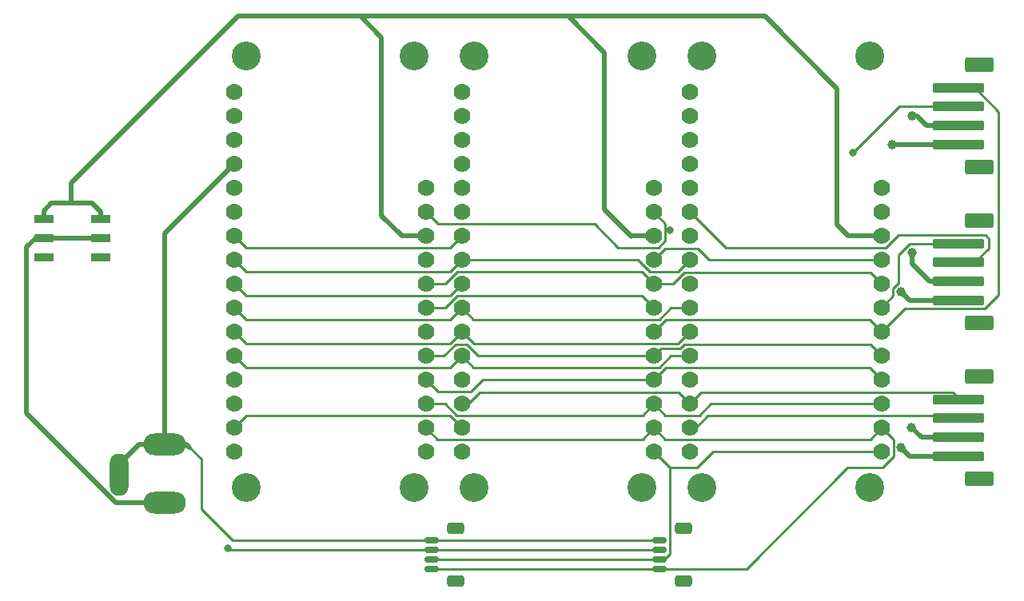
<source format=gbr>
%TF.GenerationSoftware,KiCad,Pcbnew,7.0.10-7.0.10~ubuntu22.04.1*%
%TF.CreationDate,2024-08-19T10:48:18-07:00*%
%TF.ProjectId,iorodeo_feather_tripler_enc1,696f726f-6465-46f5-9f66-656174686572,rev?*%
%TF.SameCoordinates,Original*%
%TF.FileFunction,Copper,L1,Top*%
%TF.FilePolarity,Positive*%
%FSLAX46Y46*%
G04 Gerber Fmt 4.6, Leading zero omitted, Abs format (unit mm)*
G04 Created by KiCad (PCBNEW 7.0.10-7.0.10~ubuntu22.04.1) date 2024-08-19 10:48:18*
%MOMM*%
%LPD*%
G01*
G04 APERTURE LIST*
G04 Aperture macros list*
%AMRoundRect*
0 Rectangle with rounded corners*
0 $1 Rounding radius*
0 $2 $3 $4 $5 $6 $7 $8 $9 X,Y pos of 4 corners*
0 Add a 4 corners polygon primitive as box body*
4,1,4,$2,$3,$4,$5,$6,$7,$8,$9,$2,$3,0*
0 Add four circle primitives for the rounded corners*
1,1,$1+$1,$2,$3*
1,1,$1+$1,$4,$5*
1,1,$1+$1,$6,$7*
1,1,$1+$1,$8,$9*
0 Add four rect primitives between the rounded corners*
20,1,$1+$1,$2,$3,$4,$5,0*
20,1,$1+$1,$4,$5,$6,$7,0*
20,1,$1+$1,$6,$7,$8,$9,0*
20,1,$1+$1,$8,$9,$2,$3,0*%
G04 Aperture macros list end*
%TA.AperFunction,SMDPad,CuDef*%
%ADD10RoundRect,0.250000X-2.500000X0.250000X-2.500000X-0.250000X2.500000X-0.250000X2.500000X0.250000X0*%
%TD*%
%TA.AperFunction,SMDPad,CuDef*%
%ADD11RoundRect,0.250000X-1.250000X0.550000X-1.250000X-0.550000X1.250000X-0.550000X1.250000X0.550000X0*%
%TD*%
%TA.AperFunction,SMDPad,CuDef*%
%ADD12R,2.000000X0.900000*%
%TD*%
%TA.AperFunction,ComponentPad*%
%ADD13O,4.500000X2.300000*%
%TD*%
%TA.AperFunction,ComponentPad*%
%ADD14O,2.000000X4.500000*%
%TD*%
%TA.AperFunction,WasherPad*%
%ADD15C,3.048000*%
%TD*%
%TA.AperFunction,ComponentPad*%
%ADD16C,3.048000*%
%TD*%
%TA.AperFunction,ComponentPad*%
%ADD17C,1.778000*%
%TD*%
%TA.AperFunction,SMDPad,CuDef*%
%ADD18RoundRect,0.150000X-0.625000X0.150000X-0.625000X-0.150000X0.625000X-0.150000X0.625000X0.150000X0*%
%TD*%
%TA.AperFunction,SMDPad,CuDef*%
%ADD19RoundRect,0.250000X-0.650000X0.350000X-0.650000X-0.350000X0.650000X-0.350000X0.650000X0.350000X0*%
%TD*%
%TA.AperFunction,ViaPad*%
%ADD20C,1.000000*%
%TD*%
%TA.AperFunction,ViaPad*%
%ADD21C,0.800000*%
%TD*%
%TA.AperFunction,Conductor*%
%ADD22C,0.500000*%
%TD*%
%TA.AperFunction,Conductor*%
%ADD23C,0.250000*%
%TD*%
G04 APERTURE END LIST*
D10*
%TO.P,J4,1,Pin_1*%
%TO.N,/RX*%
X146162000Y-94307400D03*
%TO.P,J4,2,Pin_2*%
%TO.N,/TX*%
X146162000Y-96307400D03*
%TO.P,J4,3,Pin_3*%
%TO.N,/3V3*%
X146162000Y-98307400D03*
%TO.P,J4,4,Pin_4*%
%TO.N,GND*%
X146162000Y-100307400D03*
D11*
%TO.P,J4,MP*%
%TO.N,N/C*%
X148412000Y-102707400D03*
X148412000Y-91907400D03*
%TD*%
D10*
%TO.P,J3,1,Pin_1*%
%TO.N,/D11*%
X146162000Y-77797400D03*
%TO.P,J3,2,Pin_2*%
%TO.N,/A1*%
X146162000Y-79797400D03*
%TO.P,J3,3,Pin_3*%
%TO.N,/3V3*%
X146162000Y-81797400D03*
%TO.P,J3,4,Pin_4*%
%TO.N,GND*%
X146162000Y-83797400D03*
D11*
%TO.P,J3,MP*%
%TO.N,N/C*%
X148412000Y-86197400D03*
X148412000Y-75397400D03*
%TD*%
D10*
%TO.P,J2,1,Pin_1*%
%TO.N,/D10*%
X146162000Y-61287400D03*
%TO.P,J2,2,Pin_2*%
%TO.N,/A0*%
X146162000Y-63287400D03*
%TO.P,J2,3,Pin_3*%
%TO.N,/3V3*%
X146162000Y-65287400D03*
%TO.P,J2,4,Pin_4*%
%TO.N,GND*%
X146162000Y-67287400D03*
D11*
%TO.P,J2,MP*%
%TO.N,N/C*%
X148412000Y-69687400D03*
X148412000Y-58887400D03*
%TD*%
D12*
%TO.P,SW1,1,A*%
%TO.N,unconnected-(SW1-A-Pad1)*%
X49324000Y-79216000D03*
%TO.P,SW1,2,B*%
%TO.N,/VUSB*%
X49324000Y-77216000D03*
%TO.P,SW1,3,C*%
%TO.N,/5V*%
X49324000Y-75216000D03*
%TO.P,SW1,4,A*%
%TO.N,unconnected-(SW1-A-Pad4)*%
X55324000Y-79216000D03*
%TO.P,SW1,5,B*%
%TO.N,/VUSB*%
X55324000Y-77216000D03*
%TO.P,SW1,6,C*%
%TO.N,/5V*%
X55324000Y-75216000D03*
%TD*%
D13*
%TO.P,J1,1*%
%TO.N,/VUSB*%
X62086300Y-105239700D03*
%TO.P,J1,2*%
%TO.N,GND*%
X62086300Y-99039700D03*
D14*
%TO.P,J1,3*%
X57286300Y-102289700D03*
%TD*%
D15*
%TO.P,U1,*%
%TO.N,*%
X88519000Y-103657400D03*
D16*
X88519000Y-57937400D03*
D15*
X70739000Y-103657400D03*
D16*
X70739000Y-57937400D03*
D17*
%TO.P,U1,1,SDA*%
%TO.N,/SDA*%
X89789000Y-99847400D03*
%TO.P,U1,2,SCL*%
%TO.N,/SCL*%
X89789000Y-97307400D03*
%TO.P,U1,3,D5*%
%TO.N,/D5*%
X89789000Y-94767400D03*
%TO.P,U1,4,D6*%
%TO.N,/D6*%
X89789000Y-92227400D03*
%TO.P,U1,5,D9*%
%TO.N,/D9*%
X89789000Y-89687400D03*
%TO.P,U1,6,D10*%
%TO.N,/D10*%
X89789000Y-87147400D03*
%TO.P,U1,7,D11*%
%TO.N,/D11*%
X89789000Y-84607400D03*
%TO.P,U1,8,D12*%
%TO.N,/D12*%
X89789000Y-82067400D03*
%TO.P,U1,9,D13*%
%TO.N,/D13*%
X89789000Y-79527400D03*
%TO.P,U1,10,VUSB*%
%TO.N,/5V*%
X89789000Y-76987400D03*
%TO.P,U1,11,EN*%
%TO.N,/EN*%
X89789000Y-74447400D03*
%TO.P,U1,12,BAT*%
%TO.N,/BAT*%
X89789000Y-71907400D03*
%TO.P,U1,13,RST*%
%TO.N,/RST*%
X69469000Y-61747400D03*
%TO.P,U1,14,3V3*%
%TO.N,/3V3*%
X69469000Y-64287400D03*
%TO.P,U1,15,AREF*%
%TO.N,/AREF*%
X69469000Y-66827400D03*
%TO.P,U1,16,GND*%
%TO.N,GND*%
X69469000Y-69367400D03*
%TO.P,U1,17,A0*%
%TO.N,/A0*%
X69469000Y-71907400D03*
%TO.P,U1,18,A1*%
%TO.N,/A1*%
X69469000Y-74447400D03*
%TO.P,U1,19,A2*%
%TO.N,/A2*%
X69469000Y-76987400D03*
%TO.P,U1,20,A3*%
%TO.N,/A3*%
X69469000Y-79527400D03*
%TO.P,U1,21,A4*%
%TO.N,/A4*%
X69469000Y-82067400D03*
%TO.P,U1,22,A5*%
%TO.N,/A5*%
X69469000Y-84607400D03*
%TO.P,U1,23,SCK*%
%TO.N,/SCK*%
X69469000Y-87147400D03*
%TO.P,U1,24,MOSI*%
%TO.N,/MOSI*%
X69469000Y-89687400D03*
%TO.P,U1,25,MISO*%
%TO.N,/MISO*%
X69469000Y-92227400D03*
%TO.P,U1,26,RX*%
%TO.N,/RX*%
X69469000Y-94767400D03*
%TO.P,U1,27,TX*%
%TO.N,/TX*%
X69469000Y-97307400D03*
%TO.P,U1,28,NOS*%
%TO.N,unconnected-(U1-NOS-Pad28)*%
X69469000Y-99847400D03*
%TD*%
D15*
%TO.P,U3,*%
%TO.N,*%
X136779000Y-103657400D03*
D16*
X136779000Y-57937400D03*
D15*
X118999000Y-103657400D03*
D16*
X118999000Y-57937400D03*
D17*
%TO.P,U3,1,SDA*%
%TO.N,/SDA*%
X138049000Y-99847400D03*
%TO.P,U3,2,SCL*%
%TO.N,/SCL*%
X138049000Y-97307400D03*
%TO.P,U3,3,D5*%
%TO.N,/D5*%
X138049000Y-94767400D03*
%TO.P,U3,4,D6*%
%TO.N,/D6*%
X138049000Y-92227400D03*
%TO.P,U3,5,D9*%
%TO.N,/D9*%
X138049000Y-89687400D03*
%TO.P,U3,6,D10*%
%TO.N,/D10*%
X138049000Y-87147400D03*
%TO.P,U3,7,D11*%
%TO.N,/D11*%
X138049000Y-84607400D03*
%TO.P,U3,8,D12*%
%TO.N,/D12*%
X138049000Y-82067400D03*
%TO.P,U3,9,D13*%
%TO.N,/D13*%
X138049000Y-79527400D03*
%TO.P,U3,10,VUSB*%
%TO.N,/5V*%
X138049000Y-76987400D03*
%TO.P,U3,11,EN*%
%TO.N,/EN*%
X138049000Y-74447400D03*
%TO.P,U3,12,BAT*%
%TO.N,/BAT*%
X138049000Y-71907400D03*
%TO.P,U3,13,RST*%
%TO.N,/RST*%
X117729000Y-61747400D03*
%TO.P,U3,14,3V3*%
%TO.N,/3V3*%
X117729000Y-64287400D03*
%TO.P,U3,15,AREF*%
%TO.N,/AREF*%
X117729000Y-66827400D03*
%TO.P,U3,16,GND*%
%TO.N,GND*%
X117729000Y-69367400D03*
%TO.P,U3,17,A0*%
%TO.N,/A0*%
X117729000Y-71907400D03*
%TO.P,U3,18,A1*%
%TO.N,/A1*%
X117729000Y-74447400D03*
%TO.P,U3,19,A2*%
%TO.N,/A2*%
X117729000Y-76987400D03*
%TO.P,U3,20,A3*%
%TO.N,/A3*%
X117729000Y-79527400D03*
%TO.P,U3,21,A4*%
%TO.N,/A4*%
X117729000Y-82067400D03*
%TO.P,U3,22,A5*%
%TO.N,/A5*%
X117729000Y-84607400D03*
%TO.P,U3,23,SCK*%
%TO.N,/SCK*%
X117729000Y-87147400D03*
%TO.P,U3,24,MOSI*%
%TO.N,/MOSI*%
X117729000Y-89687400D03*
%TO.P,U3,25,MISO*%
%TO.N,/MISO*%
X117729000Y-92227400D03*
%TO.P,U3,26,RX*%
%TO.N,/RX*%
X117729000Y-94767400D03*
%TO.P,U3,27,TX*%
%TO.N,/TX*%
X117729000Y-97307400D03*
%TO.P,U3,28,NOS*%
%TO.N,unconnected-(U3-NOS-Pad28)*%
X117729000Y-99847400D03*
%TD*%
D15*
%TO.P,U2,*%
%TO.N,*%
X112649000Y-103657400D03*
D16*
X112649000Y-57937400D03*
D15*
X94869000Y-103657400D03*
D16*
X94869000Y-57937400D03*
D17*
%TO.P,U2,1,SDA*%
%TO.N,/SDA*%
X113919000Y-99847400D03*
%TO.P,U2,2,SCL*%
%TO.N,/SCL*%
X113919000Y-97307400D03*
%TO.P,U2,3,D5*%
%TO.N,/D5*%
X113919000Y-94767400D03*
%TO.P,U2,4,D6*%
%TO.N,/D6*%
X113919000Y-92227400D03*
%TO.P,U2,5,D9*%
%TO.N,/D9*%
X113919000Y-89687400D03*
%TO.P,U2,6,D10*%
%TO.N,/D10*%
X113919000Y-87147400D03*
%TO.P,U2,7,D11*%
%TO.N,/D11*%
X113919000Y-84607400D03*
%TO.P,U2,8,D12*%
%TO.N,/D12*%
X113919000Y-82067400D03*
%TO.P,U2,9,D13*%
%TO.N,/D13*%
X113919000Y-79527400D03*
%TO.P,U2,10,VUSB*%
%TO.N,/5V*%
X113919000Y-76987400D03*
%TO.P,U2,11,EN*%
%TO.N,/EN*%
X113919000Y-74447400D03*
%TO.P,U2,12,BAT*%
%TO.N,/BAT*%
X113919000Y-71907400D03*
%TO.P,U2,13,RST*%
%TO.N,/RST*%
X93599000Y-61747400D03*
%TO.P,U2,14,3V3*%
%TO.N,/3V3*%
X93599000Y-64287400D03*
%TO.P,U2,15,AREF*%
%TO.N,/AREF*%
X93599000Y-66827400D03*
%TO.P,U2,16,GND*%
%TO.N,GND*%
X93599000Y-69367400D03*
%TO.P,U2,17,A0*%
%TO.N,/A0*%
X93599000Y-71907400D03*
%TO.P,U2,18,A1*%
%TO.N,/A1*%
X93599000Y-74447400D03*
%TO.P,U2,19,A2*%
%TO.N,/A2*%
X93599000Y-76987400D03*
%TO.P,U2,20,A3*%
%TO.N,/A3*%
X93599000Y-79527400D03*
%TO.P,U2,21,A4*%
%TO.N,/A4*%
X93599000Y-82067400D03*
%TO.P,U2,22,A5*%
%TO.N,/A5*%
X93599000Y-84607400D03*
%TO.P,U2,23,SCK*%
%TO.N,/SCK*%
X93599000Y-87147400D03*
%TO.P,U2,24,MOSI*%
%TO.N,/MOSI*%
X93599000Y-89687400D03*
%TO.P,U2,25,MISO*%
%TO.N,/MISO*%
X93599000Y-92227400D03*
%TO.P,U2,26,RX*%
%TO.N,/RX*%
X93599000Y-94767400D03*
%TO.P,U2,27,TX*%
%TO.N,/TX*%
X93599000Y-97307400D03*
%TO.P,U2,28,NOS*%
%TO.N,unconnected-(U2-NOS-Pad28)*%
X93599000Y-99847400D03*
%TD*%
D18*
%TO.P,J5,1,Pin_1*%
%TO.N,GND*%
X90369000Y-109244000D03*
%TO.P,J5,2,Pin_2*%
%TO.N,/3V3*%
X90369000Y-110244000D03*
%TO.P,J5,3,Pin_3*%
%TO.N,/SDA*%
X90369000Y-111244000D03*
%TO.P,J5,4,Pin_4*%
%TO.N,/SCL*%
X90369000Y-112244000D03*
D19*
%TO.P,J5,MP*%
%TO.N,N/C*%
X92894000Y-107944000D03*
X92894000Y-113544000D03*
%TD*%
D18*
%TO.P,J6,1,Pin_1*%
%TO.N,GND*%
X114499000Y-109244000D03*
%TO.P,J6,2,Pin_2*%
%TO.N,/3V3*%
X114499000Y-110244000D03*
%TO.P,J6,3,Pin_3*%
%TO.N,/SDA*%
X114499000Y-111244000D03*
%TO.P,J6,4,Pin_4*%
%TO.N,/SCL*%
X114499000Y-112244000D03*
D19*
%TO.P,J6,MP*%
%TO.N,N/C*%
X117024000Y-107944000D03*
X117024000Y-113544000D03*
%TD*%
D20*
%TO.N,GND*%
X140119600Y-99402400D03*
X140102496Y-82897488D03*
X139167000Y-67284600D03*
D21*
%TO.N,/A0*%
X135001700Y-68171100D03*
D20*
%TO.N,/3V3*%
X141249400Y-64287400D03*
X141224000Y-97282000D03*
D21*
X68757800Y-110084000D03*
D20*
X141231164Y-78756564D03*
D21*
%TO.N,/EN*%
X115596600Y-76354100D03*
%TD*%
D22*
%TO.N,/5V*%
X134518000Y-76987400D02*
X138049000Y-76987400D01*
X133350000Y-75819000D02*
X134518000Y-76987400D01*
X49324000Y-75216000D02*
X49324000Y-74323200D01*
X89789000Y-76987400D02*
X87223600Y-76987400D01*
X85064600Y-74828400D02*
X85064600Y-55956200D01*
X111658000Y-76987400D02*
X113919000Y-76987400D01*
X69900800Y-53721000D02*
X52222400Y-71399400D01*
X125654000Y-53721000D02*
X133350000Y-61417200D01*
X104826000Y-53721000D02*
X108712000Y-57607200D01*
X52197000Y-73533000D02*
X54406800Y-73533000D01*
X50114200Y-73533000D02*
X52197000Y-73533000D01*
X111582000Y-77063600D02*
X111658000Y-76987400D01*
X49324000Y-74323200D02*
X50114200Y-73533000D01*
X108712000Y-57607200D02*
X108712000Y-74193400D01*
X55324000Y-74450200D02*
X55324000Y-75216000D01*
X54406800Y-73533000D02*
X55324000Y-74450200D01*
X82829400Y-53721000D02*
X69900800Y-53721000D01*
X104826000Y-53721000D02*
X125654000Y-53721000D01*
X133350000Y-61417200D02*
X133350000Y-75819000D01*
X85064600Y-55956200D02*
X82829400Y-53721000D01*
X52222400Y-71399400D02*
X52222400Y-73507600D01*
X108712000Y-74193400D02*
X111582000Y-77063600D01*
X87223600Y-76987400D02*
X85064600Y-74828400D01*
X52222400Y-73507600D02*
X52197000Y-73533000D01*
X82829400Y-53721000D02*
X104826000Y-53721000D01*
%TO.N,GND*%
X140119600Y-99402400D02*
X141024200Y-100307000D01*
X57286200Y-101737000D02*
X57286300Y-101737100D01*
X62086300Y-89653000D02*
X62086300Y-99039700D01*
X146312000Y-100307000D02*
X146312000Y-100307400D01*
D23*
X65963800Y-105931000D02*
X65963800Y-100584000D01*
D22*
X57286300Y-101737100D02*
X57286300Y-102289700D01*
X62086200Y-76750100D02*
X69469000Y-69367400D01*
D23*
X69276500Y-109244000D02*
X65963800Y-105931000D01*
D22*
X139167000Y-67284600D02*
X139169000Y-67287400D01*
X141002408Y-83797400D02*
X146312000Y-83797400D01*
X57286200Y-102290000D02*
X57286200Y-101737000D01*
X62086200Y-99039800D02*
X62086200Y-89652900D01*
D23*
X65963800Y-100584000D02*
X64744600Y-99364800D01*
D22*
X141024200Y-100307000D02*
X146312000Y-100307000D01*
X62086200Y-89652900D02*
X62086300Y-89653000D01*
X57286200Y-101184000D02*
X59430800Y-99039800D01*
X59430800Y-99039800D02*
X62086200Y-99039800D01*
X139169000Y-67287400D02*
X146312000Y-67287400D01*
X62086300Y-99039700D02*
X64419500Y-99039700D01*
D23*
X90369000Y-109244000D02*
X114499000Y-109244000D01*
D22*
X62086200Y-89652900D02*
X62086200Y-76750100D01*
D23*
X90369000Y-109244000D02*
X69276500Y-109244000D01*
D22*
X140102496Y-82897488D02*
X141002408Y-83797400D01*
X57286200Y-101737000D02*
X57286200Y-101184000D01*
X64419500Y-99039700D02*
X64744600Y-99364800D01*
D23*
%TO.N,/D10*%
X113919000Y-87147400D02*
X115189000Y-85877400D01*
X115189000Y-85877400D02*
X136779000Y-85877400D01*
X150446600Y-83237700D02*
X148996200Y-84688100D01*
X146312000Y-61287400D02*
X147917400Y-61287400D01*
X150446600Y-63816600D02*
X150446600Y-83237700D01*
X140508300Y-84688100D02*
X138049000Y-87147400D01*
X147917400Y-61287400D02*
X150446600Y-63816600D01*
X148996200Y-84688100D02*
X140508300Y-84688100D01*
X136779000Y-85877400D02*
X138049000Y-87147400D01*
%TO.N,/A0*%
X135001700Y-68171100D02*
X139885400Y-63287400D01*
X139885400Y-63287400D02*
X146312000Y-63287400D01*
D22*
%TO.N,/3V3*%
X141224000Y-97282000D02*
X142249400Y-98307400D01*
X141249400Y-64287400D02*
X141757400Y-64287400D01*
X141231164Y-78756564D02*
X141231164Y-79890164D01*
X143138400Y-81797400D02*
X146312000Y-81797400D01*
X142249400Y-98307400D02*
X146312000Y-98307400D01*
X142757400Y-65287400D02*
X146312000Y-65287400D01*
X141757400Y-64287400D02*
X142757400Y-65287400D01*
D23*
X68757800Y-110084000D02*
X68918200Y-110244000D01*
X90369000Y-110244000D02*
X114499000Y-110244000D01*
D22*
X141231164Y-79890164D02*
X143138400Y-81797400D01*
D23*
X68918200Y-110244000D02*
X90369000Y-110244000D01*
%TO.N,/D11*%
X139827000Y-82072488D02*
X139760769Y-82072488D01*
X146312000Y-77797400D02*
X141023600Y-77797400D01*
X138049000Y-84582000D02*
X138049000Y-84607400D01*
X139277496Y-82555761D02*
X139277496Y-83353504D01*
X89789000Y-84607400D02*
X91788800Y-84607400D01*
X93057300Y-83338900D02*
X112650500Y-83338900D01*
X139277496Y-83353504D02*
X138049000Y-84582000D01*
X112650500Y-83338900D02*
X113919000Y-84607400D01*
X139760769Y-82072488D02*
X139277496Y-82555761D01*
X141023600Y-77797400D02*
X139827000Y-78994000D01*
X91788800Y-84607400D02*
X93057300Y-83338900D01*
X139827000Y-78994000D02*
X139827000Y-82072488D01*
%TO.N,/A1*%
X146312000Y-79797400D02*
X147883200Y-79797400D01*
X149028600Y-76906700D02*
X139849400Y-76906700D01*
X121539000Y-78257400D02*
X117729000Y-74447400D01*
X138498700Y-78257400D02*
X121539000Y-78257400D01*
X147883200Y-79797400D02*
X149390700Y-78289900D01*
X149390700Y-78289900D02*
X149390700Y-77268800D01*
X139849400Y-76906700D02*
X138498700Y-78257400D01*
X149390700Y-77268800D02*
X149028600Y-76906700D01*
%TO.N,/RX*%
X116513100Y-93551500D02*
X117729000Y-94767400D01*
X118944900Y-93551500D02*
X117729000Y-94767400D01*
X146312000Y-94307400D02*
X145556100Y-93551500D01*
X93599000Y-94767400D02*
X94238000Y-94767400D01*
X145556100Y-93551500D02*
X118944900Y-93551500D01*
X94238000Y-94767400D02*
X95453900Y-93551500D01*
X95453900Y-93551500D02*
X116513100Y-93551500D01*
%TO.N,/TX*%
X146043400Y-96038800D02*
X119636600Y-96038800D01*
X70739000Y-96037400D02*
X69469000Y-97307400D01*
X93599000Y-97307400D02*
X92329000Y-96037400D01*
X119636600Y-96038800D02*
X118368000Y-97307400D01*
X118368000Y-97307400D02*
X117729000Y-97307400D01*
X146312000Y-96307400D02*
X146043400Y-96038800D01*
X92329000Y-96037400D02*
X70739000Y-96037400D01*
%TO.N,/SDA*%
X115049500Y-111244000D02*
X115624400Y-110669100D01*
X114499000Y-111244000D02*
X115049500Y-111244000D01*
X120178700Y-99847400D02*
X138049000Y-99847400D01*
X90369000Y-111244000D02*
X114499000Y-111244000D01*
X115624400Y-101552800D02*
X113919000Y-99847400D01*
X115624400Y-101552800D02*
X118473300Y-101552800D01*
X118473300Y-101552800D02*
X120178700Y-99847400D01*
X115624400Y-110669100D02*
X115624400Y-101552800D01*
%TO.N,/SCL*%
X136833100Y-98523300D02*
X115134900Y-98523300D01*
X139294600Y-100348900D02*
X139294600Y-98553000D01*
X90369000Y-112244000D02*
X114499000Y-112244000D01*
X134438600Y-101533100D02*
X138110400Y-101533100D01*
X138049000Y-97307400D02*
X136833100Y-98523300D01*
X138110400Y-101533100D02*
X139294600Y-100348900D01*
X139294600Y-98553000D02*
X138049000Y-97307400D01*
X91004900Y-98523300D02*
X112703100Y-98523300D01*
X115134900Y-98523300D02*
X113919000Y-97307400D01*
X112703100Y-98523300D02*
X113919000Y-97307400D01*
X114499000Y-112244000D02*
X123727700Y-112244000D01*
X89789000Y-97307400D02*
X91004900Y-98523300D01*
X123727700Y-112244000D02*
X134438600Y-101533100D01*
D22*
%TO.N,/VUSB*%
X62086200Y-105240000D02*
X62086000Y-105240000D01*
X55324000Y-77216000D02*
X49324000Y-77216000D01*
X62086000Y-105240000D02*
X56935600Y-105240000D01*
X62086000Y-105240000D02*
X62086300Y-105239700D01*
X48437800Y-77216000D02*
X49324000Y-77216000D01*
X47498000Y-95802100D02*
X47498000Y-78155800D01*
X56935600Y-105240000D02*
X47498000Y-95802100D01*
X47498000Y-78155800D02*
X48437800Y-77216000D01*
D23*
%TO.N,/D5*%
X115137800Y-95986200D02*
X118731900Y-95986200D01*
X113919000Y-94767400D02*
X112700200Y-95986200D01*
X113919000Y-94767400D02*
X115137800Y-95986200D01*
X93007600Y-95986200D02*
X91788800Y-94767400D01*
X119950700Y-94767400D02*
X138049000Y-94767400D01*
X112700200Y-95986200D02*
X93007600Y-95986200D01*
X91788800Y-94767400D02*
X89789000Y-94767400D01*
X118731900Y-95986200D02*
X119950700Y-94767400D01*
%TO.N,/D6*%
X138049000Y-92227400D02*
X136779000Y-90957400D01*
X89789000Y-92227400D02*
X91047000Y-93485400D01*
X94562700Y-93485400D02*
X95820700Y-92227400D01*
X136779000Y-90957400D02*
X115189000Y-90957400D01*
X91047000Y-93485400D02*
X94562700Y-93485400D01*
X115189000Y-90957400D02*
X113919000Y-92227400D01*
X95820700Y-92227400D02*
X113919000Y-92227400D01*
%TO.N,/D9*%
X116727100Y-88893100D02*
X114713300Y-88893100D01*
X136833100Y-88471500D02*
X117148700Y-88471500D01*
X92918600Y-88464700D02*
X94112100Y-88464700D01*
X91695900Y-89687400D02*
X92918600Y-88464700D01*
X89789000Y-89687400D02*
X91695900Y-89687400D01*
X117148700Y-88471500D02*
X116727100Y-88893100D01*
X138049000Y-89687400D02*
X136833100Y-88471500D01*
X94112100Y-88464700D02*
X95334800Y-89687400D01*
X114713300Y-88893100D02*
X113919000Y-89687400D01*
X95334800Y-89687400D02*
X113919000Y-89687400D01*
%TO.N,/D12*%
X138049000Y-82067400D02*
X136833100Y-80851500D01*
X136833100Y-80851500D02*
X117148700Y-80851500D01*
X117148700Y-80851500D02*
X115932800Y-82067400D01*
X112650500Y-80798900D02*
X113919000Y-82067400D01*
X91788800Y-82067400D02*
X93057300Y-80798900D01*
X89789000Y-82067400D02*
X91788800Y-82067400D01*
X93057300Y-80798900D02*
X112650500Y-80798900D01*
X115932800Y-82067400D02*
X113919000Y-82067400D01*
%TO.N,/D13*%
X115136500Y-78309900D02*
X118545500Y-78309900D01*
X113919000Y-79527400D02*
X115136500Y-78309900D01*
X118545500Y-78309900D02*
X119763000Y-79527400D01*
X119763000Y-79527400D02*
X138049000Y-79527400D01*
%TO.N,/EN*%
X115144600Y-76354100D02*
X115144600Y-75673000D01*
X115144600Y-77503900D02*
X115144600Y-76354100D01*
X91059000Y-75717400D02*
X107621900Y-75717400D01*
X89789000Y-74447400D02*
X91059000Y-75717400D01*
X115144600Y-76354100D02*
X115596600Y-76354100D01*
X110108500Y-78204000D02*
X114444500Y-78204000D01*
X115144600Y-75673000D02*
X113919000Y-74447400D01*
X114444500Y-78204000D02*
X115144600Y-77503900D01*
X107621900Y-75717400D02*
X110108500Y-78204000D01*
%TO.N,/A2*%
X92329000Y-78257400D02*
X70739000Y-78257400D01*
X93599000Y-76987400D02*
X92329000Y-78257400D01*
X70739000Y-78257400D02*
X69469000Y-76987400D01*
%TO.N,/A3*%
X92329000Y-80797400D02*
X70739000Y-80797400D01*
X93599000Y-79527400D02*
X112199500Y-79527400D01*
X93599000Y-79527400D02*
X92329000Y-80797400D01*
X70739000Y-80797400D02*
X69469000Y-79527400D01*
X116459000Y-80797400D02*
X117729000Y-79527400D01*
X113469500Y-80797400D02*
X116459000Y-80797400D01*
X112199500Y-79527400D02*
X113469500Y-80797400D01*
%TO.N,/A4*%
X70739000Y-83337400D02*
X69469000Y-82067400D01*
X93599000Y-82067400D02*
X92329000Y-83337400D01*
X92329000Y-83337400D02*
X70739000Y-83337400D01*
%TO.N,/A5*%
X93599000Y-84607400D02*
X94814900Y-85823300D01*
X92329000Y-85877400D02*
X70739000Y-85877400D01*
X115702300Y-84607400D02*
X117729000Y-84607400D01*
X114486400Y-85823300D02*
X115702300Y-84607400D01*
X93599000Y-84607400D02*
X92329000Y-85877400D01*
X70739000Y-85877400D02*
X69469000Y-84607400D01*
X94814900Y-85823300D02*
X114486400Y-85823300D01*
%TO.N,/SCK*%
X93596800Y-87147400D02*
X92326800Y-88417400D01*
X70739000Y-88417400D02*
X69469000Y-87147400D01*
X116459000Y-88417400D02*
X94869000Y-88417400D01*
X92326800Y-88417400D02*
X70739000Y-88417400D01*
X93599000Y-87147400D02*
X93596800Y-87147400D01*
X117729000Y-87147400D02*
X116459000Y-88417400D01*
X94869000Y-88417400D02*
X93599000Y-87147400D01*
%TO.N,/MOSI*%
X94814900Y-90903300D02*
X114499400Y-90903300D01*
X92329000Y-90957400D02*
X70739000Y-90957400D01*
X93599000Y-89687400D02*
X94814900Y-90903300D01*
X115715300Y-89687400D02*
X117729000Y-89687400D01*
X114499400Y-90903300D02*
X115715300Y-89687400D01*
X70739000Y-90957400D02*
X69469000Y-89687400D01*
X93599000Y-89687400D02*
X92329000Y-90957400D01*
%TD*%
M02*

</source>
